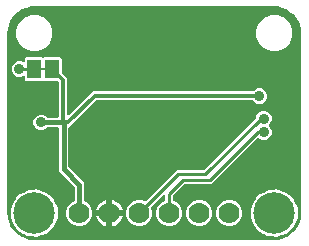
<source format=gbr>
G04 EAGLE Gerber RS-274X export*
G75*
%MOMM*%
%FSLAX34Y34*%
%LPD*%
%INBottom Copper*%
%IPPOS*%
%AMOC8*
5,1,8,0,0,1.08239X$1,22.5*%
G01*
%ADD10C,1.778000*%
%ADD11C,3.516000*%
%ADD12R,1.168400X1.600200*%
%ADD13R,0.635000X0.203200*%
%ADD14C,0.889000*%
%ADD15C,0.254000*%
%ADD16C,0.406400*%
%ADD17C,0.304800*%

G36*
X228622Y2543D02*
X228622Y2543D01*
X228700Y2545D01*
X232077Y2810D01*
X232145Y2824D01*
X232214Y2829D01*
X232370Y2869D01*
X238794Y4956D01*
X238901Y5006D01*
X239012Y5050D01*
X239063Y5083D01*
X239082Y5091D01*
X239097Y5104D01*
X239148Y5136D01*
X244612Y9107D01*
X244699Y9188D01*
X244746Y9227D01*
X244752Y9231D01*
X244753Y9233D01*
X244791Y9264D01*
X244829Y9310D01*
X244844Y9324D01*
X244855Y9341D01*
X244893Y9387D01*
X246586Y11717D01*
X246599Y11741D01*
X246616Y11761D01*
X246675Y11879D01*
X246739Y11996D01*
X246746Y12022D01*
X246758Y12046D01*
X246785Y12174D01*
X246799Y12185D01*
X246823Y12196D01*
X246925Y12281D01*
X247031Y12361D01*
X247048Y12382D01*
X247068Y12398D01*
X247171Y12522D01*
X248864Y14852D01*
X248921Y14956D01*
X248985Y15056D01*
X249007Y15113D01*
X249017Y15131D01*
X249022Y15151D01*
X249044Y15206D01*
X251131Y21630D01*
X251144Y21698D01*
X251167Y21764D01*
X251190Y21923D01*
X251455Y25300D01*
X251455Y25304D01*
X251456Y25307D01*
X251455Y25326D01*
X251459Y25400D01*
X251459Y177800D01*
X251457Y177822D01*
X251455Y177900D01*
X251190Y181277D01*
X251176Y181345D01*
X251171Y181414D01*
X251131Y181570D01*
X249044Y187994D01*
X248994Y188101D01*
X248950Y188212D01*
X248917Y188263D01*
X248909Y188282D01*
X248896Y188297D01*
X248864Y188348D01*
X244893Y193812D01*
X244812Y193899D01*
X244736Y193991D01*
X244690Y194029D01*
X244676Y194044D01*
X244658Y194055D01*
X244612Y194093D01*
X243057Y195223D01*
X243057Y195224D01*
X239148Y198064D01*
X239044Y198121D01*
X238944Y198185D01*
X238887Y198207D01*
X238869Y198217D01*
X238849Y198222D01*
X238794Y198244D01*
X232370Y200331D01*
X232302Y200344D01*
X232236Y200367D01*
X232077Y200390D01*
X228700Y200655D01*
X228678Y200654D01*
X228600Y200659D01*
X25400Y200659D01*
X25378Y200657D01*
X25300Y200655D01*
X21923Y200390D01*
X21855Y200376D01*
X21786Y200371D01*
X21630Y200331D01*
X15206Y198244D01*
X15099Y198194D01*
X14988Y198150D01*
X14937Y198117D01*
X14918Y198109D01*
X14903Y198096D01*
X14852Y198064D01*
X9388Y194093D01*
X9301Y194012D01*
X9209Y193936D01*
X9171Y193890D01*
X9156Y193876D01*
X9145Y193858D01*
X9107Y193812D01*
X5136Y188348D01*
X5079Y188244D01*
X5015Y188144D01*
X4993Y188087D01*
X4983Y188069D01*
X4978Y188049D01*
X4956Y187994D01*
X2869Y181570D01*
X2856Y181502D01*
X2833Y181436D01*
X2810Y181277D01*
X2545Y177900D01*
X2546Y177878D01*
X2541Y177800D01*
X2541Y25400D01*
X2543Y25378D01*
X2545Y25300D01*
X2810Y21923D01*
X2824Y21855D01*
X2829Y21786D01*
X2869Y21630D01*
X4956Y15206D01*
X5006Y15099D01*
X5050Y14988D01*
X5083Y14937D01*
X5091Y14918D01*
X5104Y14903D01*
X5136Y14852D01*
X9107Y9388D01*
X9127Y9366D01*
X9138Y9348D01*
X9184Y9305D01*
X9188Y9301D01*
X9264Y9209D01*
X9310Y9171D01*
X9324Y9156D01*
X9342Y9145D01*
X9388Y9107D01*
X14852Y5136D01*
X14956Y5079D01*
X15056Y5015D01*
X15113Y4993D01*
X15131Y4983D01*
X15151Y4978D01*
X15206Y4956D01*
X17945Y4066D01*
X17971Y4061D01*
X17996Y4051D01*
X18127Y4031D01*
X18257Y4006D01*
X18284Y4008D01*
X18310Y4004D01*
X18441Y4018D01*
X18455Y4008D01*
X18474Y3989D01*
X18585Y3917D01*
X18694Y3842D01*
X18719Y3832D01*
X18742Y3818D01*
X18891Y3759D01*
X21630Y2869D01*
X21698Y2856D01*
X21764Y2833D01*
X21923Y2810D01*
X25300Y2545D01*
X25322Y2546D01*
X25400Y2541D01*
X228600Y2541D01*
X228622Y2543D01*
G37*
%LPC*%
G36*
X61327Y14477D02*
X61327Y14477D01*
X57313Y16140D01*
X54240Y19213D01*
X52577Y23227D01*
X52577Y27573D01*
X54240Y31587D01*
X57313Y34660D01*
X58652Y35214D01*
X58677Y35229D01*
X58705Y35238D01*
X58815Y35308D01*
X58928Y35372D01*
X58949Y35393D01*
X58974Y35408D01*
X59063Y35503D01*
X59156Y35593D01*
X59172Y35618D01*
X59192Y35640D01*
X59255Y35754D01*
X59323Y35864D01*
X59331Y35893D01*
X59346Y35918D01*
X59378Y36044D01*
X59416Y36168D01*
X59418Y36198D01*
X59425Y36226D01*
X59435Y36387D01*
X59435Y47321D01*
X59423Y47419D01*
X59420Y47518D01*
X59403Y47576D01*
X59395Y47636D01*
X59359Y47728D01*
X59331Y47823D01*
X59301Y47875D01*
X59278Y47932D01*
X59220Y48012D01*
X59170Y48097D01*
X59104Y48173D01*
X59092Y48189D01*
X59082Y48197D01*
X59064Y48218D01*
X46100Y61181D01*
X46100Y96901D01*
X46085Y97019D01*
X46078Y97138D01*
X46065Y97176D01*
X46060Y97217D01*
X46017Y97327D01*
X45980Y97440D01*
X45958Y97475D01*
X45943Y97512D01*
X45874Y97608D01*
X45810Y97709D01*
X45780Y97737D01*
X45757Y97770D01*
X45665Y97846D01*
X45578Y97927D01*
X45543Y97947D01*
X45512Y97972D01*
X45404Y98023D01*
X45300Y98081D01*
X45260Y98091D01*
X45224Y98108D01*
X45107Y98130D01*
X44992Y98160D01*
X44932Y98164D01*
X44912Y98168D01*
X44891Y98166D01*
X44831Y98170D01*
X36737Y98170D01*
X36639Y98158D01*
X36540Y98155D01*
X36481Y98138D01*
X36421Y98130D01*
X36329Y98094D01*
X36234Y98066D01*
X36182Y98036D01*
X36126Y98013D01*
X36046Y97955D01*
X35960Y97905D01*
X35885Y97839D01*
X35868Y97827D01*
X35861Y97817D01*
X35839Y97799D01*
X34784Y96743D01*
X32404Y95757D01*
X29826Y95757D01*
X27446Y96743D01*
X25623Y98566D01*
X24637Y100946D01*
X24637Y103524D01*
X25623Y105904D01*
X27446Y107727D01*
X29826Y108713D01*
X32404Y108713D01*
X34784Y107727D01*
X35839Y106671D01*
X35918Y106611D01*
X35990Y106543D01*
X36043Y106514D01*
X36091Y106477D01*
X36182Y106437D01*
X36268Y106389D01*
X36327Y106374D01*
X36383Y106350D01*
X36481Y106335D01*
X36576Y106310D01*
X36676Y106304D01*
X36697Y106300D01*
X36709Y106302D01*
X36737Y106300D01*
X44704Y106300D01*
X44822Y106315D01*
X44941Y106322D01*
X44979Y106335D01*
X45020Y106340D01*
X45130Y106383D01*
X45243Y106420D01*
X45278Y106442D01*
X45315Y106457D01*
X45411Y106526D01*
X45512Y106590D01*
X45540Y106620D01*
X45573Y106643D01*
X45649Y106735D01*
X45730Y106822D01*
X45750Y106857D01*
X45775Y106888D01*
X45826Y106996D01*
X45884Y107100D01*
X45894Y107140D01*
X45911Y107176D01*
X45933Y107293D01*
X45963Y107408D01*
X45967Y107468D01*
X45971Y107488D01*
X45969Y107509D01*
X45973Y107569D01*
X45973Y136017D01*
X45958Y136135D01*
X45951Y136254D01*
X45938Y136292D01*
X45933Y136333D01*
X45890Y136443D01*
X45853Y136556D01*
X45831Y136591D01*
X45816Y136628D01*
X45747Y136724D01*
X45683Y136825D01*
X45653Y136853D01*
X45630Y136886D01*
X45538Y136962D01*
X45451Y137043D01*
X45416Y137063D01*
X45385Y137088D01*
X45277Y137139D01*
X45173Y137197D01*
X45133Y137207D01*
X45097Y137224D01*
X44980Y137246D01*
X44865Y137276D01*
X44805Y137280D01*
X44785Y137284D01*
X44764Y137282D01*
X44704Y137286D01*
X33956Y137286D01*
X33917Y137325D01*
X33823Y137398D01*
X33734Y137477D01*
X33698Y137495D01*
X33666Y137520D01*
X33557Y137567D01*
X33451Y137621D01*
X33411Y137630D01*
X33374Y137646D01*
X33257Y137665D01*
X33141Y137691D01*
X33100Y137690D01*
X33060Y137696D01*
X32941Y137685D01*
X32823Y137681D01*
X32784Y137670D01*
X32744Y137666D01*
X32632Y137626D01*
X32517Y137593D01*
X32482Y137572D01*
X32444Y137559D01*
X32346Y137492D01*
X32243Y137431D01*
X32198Y137391D01*
X32181Y137380D01*
X32168Y137365D01*
X32122Y137325D01*
X32084Y137286D01*
X18716Y137286D01*
X17525Y138477D01*
X17525Y140408D01*
X17519Y140457D01*
X17521Y140507D01*
X17499Y140614D01*
X17485Y140723D01*
X17467Y140770D01*
X17457Y140818D01*
X17409Y140917D01*
X17368Y141019D01*
X17339Y141059D01*
X17317Y141104D01*
X17246Y141187D01*
X17182Y141276D01*
X17143Y141308D01*
X17111Y141346D01*
X17021Y141409D01*
X16937Y141479D01*
X16892Y141500D01*
X16851Y141529D01*
X16748Y141568D01*
X16649Y141615D01*
X16600Y141624D01*
X16554Y141642D01*
X16444Y141654D01*
X16337Y141674D01*
X16287Y141671D01*
X16238Y141677D01*
X16129Y141661D01*
X16019Y141655D01*
X15972Y141639D01*
X15923Y141632D01*
X15770Y141580D01*
X13988Y140842D01*
X11411Y140842D01*
X9031Y141828D01*
X7208Y143651D01*
X6222Y146031D01*
X6222Y148609D01*
X7208Y150989D01*
X9031Y152812D01*
X11411Y153798D01*
X13988Y153798D01*
X15770Y153060D01*
X15818Y153047D01*
X15863Y153025D01*
X15971Y153005D01*
X16077Y152976D01*
X16127Y152975D01*
X16176Y152966D01*
X16285Y152972D01*
X16395Y152971D01*
X16443Y152982D01*
X16493Y152985D01*
X16597Y153019D01*
X16704Y153045D01*
X16748Y153068D01*
X16795Y153083D01*
X16888Y153142D01*
X16985Y153194D01*
X17022Y153227D01*
X17064Y153254D01*
X17139Y153334D01*
X17221Y153407D01*
X17248Y153449D01*
X17282Y153485D01*
X17335Y153581D01*
X17395Y153673D01*
X17412Y153720D01*
X17436Y153764D01*
X17463Y153870D01*
X17499Y153974D01*
X17503Y154024D01*
X17515Y154072D01*
X17525Y154232D01*
X17525Y156163D01*
X18716Y157354D01*
X32084Y157354D01*
X32122Y157315D01*
X32217Y157242D01*
X32306Y157163D01*
X32342Y157145D01*
X32374Y157120D01*
X32483Y157073D01*
X32589Y157019D01*
X32629Y157010D01*
X32666Y156994D01*
X32783Y156975D01*
X32899Y156949D01*
X32940Y156950D01*
X32980Y156944D01*
X33098Y156955D01*
X33217Y156959D01*
X33256Y156970D01*
X33296Y156974D01*
X33409Y157014D01*
X33523Y157047D01*
X33557Y157068D01*
X33596Y157081D01*
X33694Y157148D01*
X33797Y157209D01*
X33842Y157249D01*
X33859Y157260D01*
X33872Y157275D01*
X33917Y157315D01*
X33956Y157354D01*
X47324Y157354D01*
X48515Y156163D01*
X48515Y145001D01*
X48527Y144903D01*
X48530Y144804D01*
X48547Y144745D01*
X48555Y144685D01*
X48591Y144593D01*
X48619Y144498D01*
X48649Y144446D01*
X48672Y144390D01*
X48730Y144310D01*
X48780Y144224D01*
X48846Y144149D01*
X48858Y144132D01*
X48868Y144125D01*
X48886Y144103D01*
X50631Y142358D01*
X53087Y139903D01*
X53087Y109441D01*
X53104Y109303D01*
X53117Y109165D01*
X53124Y109145D01*
X53127Y109125D01*
X53178Y108996D01*
X53225Y108865D01*
X53236Y108848D01*
X53244Y108830D01*
X53325Y108718D01*
X53403Y108602D01*
X53419Y108589D01*
X53430Y108572D01*
X53538Y108484D01*
X53642Y108392D01*
X53660Y108382D01*
X53675Y108370D01*
X53801Y108310D01*
X53925Y108247D01*
X53945Y108243D01*
X53963Y108234D01*
X54099Y108208D01*
X54235Y108177D01*
X54256Y108178D01*
X54275Y108174D01*
X54414Y108183D01*
X54553Y108187D01*
X54573Y108193D01*
X54593Y108194D01*
X54725Y108237D01*
X54859Y108275D01*
X54876Y108286D01*
X54895Y108292D01*
X55013Y108366D01*
X55133Y108437D01*
X55154Y108456D01*
X55164Y108462D01*
X55178Y108477D01*
X55253Y108543D01*
X75108Y128398D01*
X210151Y128398D01*
X210249Y128410D01*
X210348Y128413D01*
X210407Y128430D01*
X210467Y128438D01*
X210559Y128474D01*
X210654Y128502D01*
X210706Y128532D01*
X210762Y128555D01*
X210842Y128613D01*
X210928Y128663D01*
X211003Y128729D01*
X211020Y128741D01*
X211027Y128751D01*
X211049Y128769D01*
X212231Y129952D01*
X214611Y130938D01*
X217189Y130938D01*
X219569Y129952D01*
X221392Y128129D01*
X222378Y125749D01*
X222378Y123171D01*
X221392Y120791D01*
X219569Y118968D01*
X217189Y117982D01*
X214611Y117982D01*
X212231Y118968D01*
X210287Y120913D01*
X210208Y120973D01*
X210136Y121041D01*
X210083Y121070D01*
X210035Y121107D01*
X209944Y121147D01*
X209858Y121195D01*
X209799Y121210D01*
X209743Y121234D01*
X209645Y121249D01*
X209550Y121274D01*
X209450Y121280D01*
X209429Y121284D01*
X209417Y121282D01*
X209389Y121284D01*
X78580Y121284D01*
X78482Y121272D01*
X78383Y121269D01*
X78325Y121252D01*
X78264Y121244D01*
X78172Y121208D01*
X78077Y121180D01*
X78025Y121150D01*
X77969Y121127D01*
X77889Y121069D01*
X77803Y121019D01*
X77728Y120953D01*
X77711Y120941D01*
X77704Y120931D01*
X77682Y120913D01*
X55441Y98671D01*
X55381Y98663D01*
X55262Y98656D01*
X55224Y98643D01*
X55183Y98638D01*
X55073Y98595D01*
X54960Y98558D01*
X54925Y98536D01*
X54888Y98521D01*
X54792Y98452D01*
X54691Y98388D01*
X54663Y98358D01*
X54630Y98335D01*
X54554Y98243D01*
X54473Y98156D01*
X54453Y98121D01*
X54428Y98090D01*
X54377Y97982D01*
X54319Y97878D01*
X54309Y97838D01*
X54292Y97802D01*
X54270Y97685D01*
X54240Y97570D01*
X54236Y97510D01*
X54232Y97490D01*
X54234Y97469D01*
X54230Y97409D01*
X54230Y65074D01*
X54242Y64976D01*
X54245Y64877D01*
X54262Y64819D01*
X54270Y64759D01*
X54306Y64667D01*
X54334Y64572D01*
X54364Y64520D01*
X54387Y64463D01*
X54445Y64383D01*
X54495Y64298D01*
X54561Y64222D01*
X54573Y64206D01*
X54583Y64198D01*
X54601Y64177D01*
X67565Y51214D01*
X67565Y36387D01*
X67568Y36358D01*
X67566Y36328D01*
X67588Y36200D01*
X67605Y36072D01*
X67615Y36044D01*
X67620Y36015D01*
X67674Y35896D01*
X67722Y35776D01*
X67739Y35752D01*
X67751Y35725D01*
X67832Y35624D01*
X67908Y35519D01*
X67931Y35500D01*
X67950Y35477D01*
X68053Y35399D01*
X68153Y35316D01*
X68180Y35303D01*
X68204Y35285D01*
X68348Y35214D01*
X69687Y34660D01*
X72760Y31587D01*
X74423Y27573D01*
X74423Y23227D01*
X72760Y19213D01*
X69687Y16140D01*
X65673Y14477D01*
X61327Y14477D01*
G37*
%LPD*%
%LPC*%
G36*
X112127Y14477D02*
X112127Y14477D01*
X108113Y16140D01*
X105040Y19213D01*
X103377Y23227D01*
X103377Y27573D01*
X105040Y31587D01*
X108113Y34660D01*
X112127Y36323D01*
X116473Y36323D01*
X118574Y35452D01*
X118602Y35445D01*
X118628Y35431D01*
X118755Y35403D01*
X118880Y35369D01*
X118910Y35368D01*
X118939Y35362D01*
X119068Y35366D01*
X119198Y35363D01*
X119227Y35370D01*
X119257Y35371D01*
X119381Y35407D01*
X119508Y35438D01*
X119534Y35451D01*
X119562Y35460D01*
X119674Y35526D01*
X119789Y35586D01*
X119811Y35606D01*
X119836Y35621D01*
X119957Y35728D01*
X145952Y61723D01*
X168286Y61723D01*
X168384Y61735D01*
X168483Y61738D01*
X168542Y61755D01*
X168602Y61763D01*
X168694Y61799D01*
X168789Y61827D01*
X168841Y61857D01*
X168897Y61880D01*
X168977Y61938D01*
X169063Y61988D01*
X169138Y62054D01*
X169155Y62066D01*
X169163Y62076D01*
X169184Y62094D01*
X212861Y105771D01*
X212921Y105850D01*
X212989Y105922D01*
X213018Y105975D01*
X213055Y106023D01*
X213095Y106114D01*
X213143Y106200D01*
X213158Y106259D01*
X213182Y106314D01*
X213197Y106412D01*
X213222Y106508D01*
X213228Y106608D01*
X213232Y106629D01*
X213230Y106641D01*
X213232Y106669D01*
X213232Y106699D01*
X214218Y109079D01*
X216041Y110902D01*
X218421Y111888D01*
X220999Y111888D01*
X223379Y110902D01*
X225202Y109079D01*
X226188Y106699D01*
X226188Y104121D01*
X225202Y101741D01*
X224053Y100592D01*
X223980Y100498D01*
X223902Y100409D01*
X223883Y100373D01*
X223858Y100341D01*
X223811Y100232D01*
X223757Y100126D01*
X223748Y100087D01*
X223732Y100049D01*
X223713Y99932D01*
X223687Y99816D01*
X223689Y99775D01*
X223682Y99735D01*
X223693Y99617D01*
X223697Y99498D01*
X223708Y99459D01*
X223712Y99419D01*
X223752Y99307D01*
X223785Y99192D01*
X223806Y99157D01*
X223820Y99119D01*
X223887Y99021D01*
X223947Y98918D01*
X223987Y98873D01*
X223998Y98856D01*
X224014Y98843D01*
X224053Y98797D01*
X225202Y97649D01*
X226188Y95269D01*
X226188Y92691D01*
X225202Y90311D01*
X223379Y88488D01*
X220999Y87502D01*
X218421Y87502D01*
X216041Y88488D01*
X215822Y88707D01*
X215728Y88780D01*
X215639Y88858D01*
X215603Y88877D01*
X215571Y88902D01*
X215462Y88949D01*
X215356Y89003D01*
X215316Y89012D01*
X215279Y89028D01*
X215162Y89047D01*
X215046Y89073D01*
X215005Y89071D01*
X214965Y89078D01*
X214847Y89067D01*
X214728Y89063D01*
X214689Y89052D01*
X214649Y89048D01*
X214536Y89008D01*
X214422Y88975D01*
X214388Y88954D01*
X214349Y88940D01*
X214251Y88873D01*
X214148Y88813D01*
X214103Y88773D01*
X214086Y88762D01*
X214073Y88747D01*
X214027Y88707D01*
X175358Y50037D01*
X153024Y50037D01*
X152926Y50025D01*
X152827Y50022D01*
X152768Y50005D01*
X152708Y49997D01*
X152616Y49961D01*
X152521Y49933D01*
X152469Y49903D01*
X152413Y49880D01*
X152333Y49822D01*
X152247Y49772D01*
X152172Y49706D01*
X152155Y49694D01*
X152147Y49684D01*
X152126Y49666D01*
X143374Y40914D01*
X143314Y40835D01*
X143246Y40763D01*
X143217Y40710D01*
X143180Y40662D01*
X143140Y40571D01*
X143092Y40485D01*
X143077Y40426D01*
X143053Y40371D01*
X143038Y40273D01*
X143013Y40177D01*
X143007Y40077D01*
X143003Y40056D01*
X143005Y40044D01*
X143003Y40016D01*
X143003Y36703D01*
X143006Y36673D01*
X143004Y36644D01*
X143026Y36516D01*
X143043Y36387D01*
X143053Y36360D01*
X143058Y36331D01*
X143112Y36212D01*
X143160Y36091D01*
X143177Y36068D01*
X143189Y36041D01*
X143270Y35939D01*
X143346Y35834D01*
X143369Y35815D01*
X143388Y35792D01*
X143491Y35714D01*
X143591Y35631D01*
X143618Y35619D01*
X143642Y35601D01*
X143786Y35530D01*
X145887Y34660D01*
X148960Y31587D01*
X150623Y27573D01*
X150623Y23227D01*
X148960Y19213D01*
X145887Y16140D01*
X141873Y14477D01*
X137527Y14477D01*
X133513Y16140D01*
X130440Y19213D01*
X128777Y23227D01*
X128777Y27573D01*
X130440Y31587D01*
X133513Y34660D01*
X135614Y35530D01*
X135639Y35545D01*
X135667Y35554D01*
X135777Y35623D01*
X135890Y35688D01*
X135911Y35708D01*
X135936Y35724D01*
X136025Y35819D01*
X136118Y35909D01*
X136134Y35934D01*
X136154Y35956D01*
X136217Y36069D01*
X136285Y36180D01*
X136293Y36208D01*
X136308Y36234D01*
X136340Y36360D01*
X136378Y36484D01*
X136380Y36513D01*
X136387Y36542D01*
X136397Y36703D01*
X136397Y39762D01*
X136380Y39900D01*
X136367Y40039D01*
X136360Y40058D01*
X136357Y40078D01*
X136306Y40207D01*
X136259Y40338D01*
X136248Y40355D01*
X136240Y40373D01*
X136159Y40486D01*
X136081Y40601D01*
X136065Y40614D01*
X136054Y40631D01*
X135946Y40719D01*
X135842Y40812D01*
X135824Y40821D01*
X135809Y40834D01*
X135683Y40893D01*
X135559Y40956D01*
X135539Y40961D01*
X135521Y40969D01*
X135385Y40995D01*
X135249Y41026D01*
X135228Y41025D01*
X135209Y41029D01*
X135070Y41020D01*
X134931Y41016D01*
X134911Y41010D01*
X134891Y41009D01*
X134759Y40966D01*
X134625Y40928D01*
X134608Y40917D01*
X134589Y40911D01*
X134471Y40837D01*
X134351Y40766D01*
X134330Y40748D01*
X134320Y40741D01*
X134306Y40726D01*
X134231Y40660D01*
X124628Y31057D01*
X124609Y31033D01*
X124587Y31014D01*
X124512Y30908D01*
X124433Y30806D01*
X124421Y30778D01*
X124404Y30754D01*
X124358Y30633D01*
X124306Y30514D01*
X124302Y30485D01*
X124291Y30457D01*
X124277Y30328D01*
X124256Y30200D01*
X124259Y30170D01*
X124256Y30141D01*
X124274Y30012D01*
X124286Y29883D01*
X124296Y29855D01*
X124300Y29826D01*
X124352Y29674D01*
X125223Y27573D01*
X125223Y23227D01*
X123560Y19213D01*
X120487Y16140D01*
X116473Y14477D01*
X112127Y14477D01*
G37*
%LPD*%
%LPC*%
G36*
X226876Y5780D02*
X226876Y5780D01*
X226858Y5780D01*
X226743Y5787D01*
X224699Y5787D01*
X224151Y6014D01*
X224052Y6041D01*
X223957Y6077D01*
X223865Y6092D01*
X223844Y6098D01*
X223831Y6098D01*
X223798Y6104D01*
X222379Y6253D01*
X219415Y7964D01*
X219413Y7965D01*
X219410Y7967D01*
X219266Y8038D01*
X217490Y8773D01*
X216893Y9370D01*
X216826Y9422D01*
X216765Y9483D01*
X216651Y9558D01*
X216642Y9565D01*
X216638Y9567D01*
X216631Y9572D01*
X215129Y10439D01*
X213339Y12903D01*
X213326Y12917D01*
X213316Y12933D01*
X213209Y13054D01*
X211973Y14290D01*
X211557Y15296D01*
X211522Y15356D01*
X211497Y15420D01*
X211411Y15556D01*
X210208Y17211D01*
X209647Y19849D01*
X209636Y19883D01*
X209631Y19919D01*
X209579Y20071D01*
X208987Y21499D01*
X208987Y22822D01*
X208981Y22874D01*
X208983Y22926D01*
X208960Y23086D01*
X208468Y25400D01*
X208960Y27714D01*
X208964Y27767D01*
X208977Y27817D01*
X208987Y27978D01*
X208987Y29301D01*
X209579Y30729D01*
X209588Y30763D01*
X209604Y30795D01*
X209647Y30951D01*
X210208Y33589D01*
X211411Y35244D01*
X211444Y35305D01*
X211486Y35360D01*
X211557Y35504D01*
X211973Y36510D01*
X213209Y37746D01*
X213221Y37761D01*
X213236Y37773D01*
X213339Y37897D01*
X215129Y40361D01*
X216631Y41228D01*
X216699Y41280D01*
X216773Y41324D01*
X216875Y41414D01*
X216884Y41421D01*
X216887Y41424D01*
X216893Y41430D01*
X217490Y42027D01*
X219266Y42762D01*
X219268Y42764D01*
X219271Y42764D01*
X219415Y42836D01*
X222379Y44547D01*
X223798Y44696D01*
X223898Y44720D01*
X223999Y44734D01*
X224087Y44764D01*
X224108Y44769D01*
X224120Y44775D01*
X224151Y44786D01*
X224699Y45013D01*
X226743Y45013D01*
X226760Y45015D01*
X226876Y45020D01*
X230704Y45422D01*
X231773Y45075D01*
X231890Y45053D01*
X232005Y45023D01*
X232065Y45019D01*
X232085Y45015D01*
X232106Y45017D01*
X232165Y45013D01*
X232501Y45013D01*
X234409Y44223D01*
X234430Y44217D01*
X234503Y44188D01*
X238666Y42835D01*
X239278Y42285D01*
X239389Y42207D01*
X239497Y42126D01*
X239527Y42111D01*
X239539Y42103D01*
X239559Y42096D01*
X239641Y42055D01*
X239710Y42027D01*
X241005Y40732D01*
X241019Y40721D01*
X241053Y40686D01*
X244887Y37234D01*
X245100Y36756D01*
X245179Y36626D01*
X245450Y35971D01*
X245455Y35963D01*
X245463Y35941D01*
X248292Y29586D01*
X248292Y21214D01*
X245463Y14859D01*
X245460Y14849D01*
X245450Y14829D01*
X245194Y14211D01*
X245175Y14187D01*
X245170Y14178D01*
X245168Y14175D01*
X245163Y14165D01*
X245100Y14044D01*
X244985Y13785D01*
X244977Y13759D01*
X244964Y13736D01*
X244931Y13607D01*
X244914Y13552D01*
X244880Y13536D01*
X244860Y13519D01*
X244836Y13507D01*
X244710Y13407D01*
X241053Y10114D01*
X241041Y10100D01*
X241005Y10068D01*
X239710Y8773D01*
X239641Y8745D01*
X239524Y8678D01*
X239404Y8615D01*
X239377Y8594D01*
X239365Y8587D01*
X239350Y8572D01*
X239278Y8515D01*
X238666Y7965D01*
X234502Y6612D01*
X234483Y6603D01*
X234409Y6577D01*
X232501Y5787D01*
X232165Y5787D01*
X232047Y5772D01*
X231929Y5765D01*
X231870Y5750D01*
X231850Y5747D01*
X231831Y5740D01*
X231773Y5725D01*
X230704Y5378D01*
X226876Y5780D01*
G37*
%LPD*%
%LPC*%
G36*
X23676Y5780D02*
X23676Y5780D01*
X23658Y5780D01*
X23543Y5787D01*
X21499Y5787D01*
X20951Y6014D01*
X20852Y6041D01*
X20757Y6077D01*
X20665Y6092D01*
X20644Y6098D01*
X20631Y6098D01*
X20598Y6104D01*
X19416Y6228D01*
X19390Y6227D01*
X19364Y6232D01*
X19231Y6224D01*
X19173Y6223D01*
X19147Y6250D01*
X19125Y6265D01*
X19106Y6283D01*
X18972Y6372D01*
X16215Y7964D01*
X16213Y7965D01*
X16210Y7967D01*
X16066Y8038D01*
X14290Y8773D01*
X13693Y9370D01*
X13626Y9422D01*
X13565Y9483D01*
X13451Y9558D01*
X13442Y9565D01*
X13438Y9567D01*
X13431Y9572D01*
X11929Y10439D01*
X10139Y12903D01*
X10126Y12917D01*
X10116Y12933D01*
X10009Y13054D01*
X8773Y14290D01*
X8357Y15296D01*
X8322Y15356D01*
X8297Y15420D01*
X8211Y15556D01*
X7008Y17211D01*
X6447Y19849D01*
X6436Y19883D01*
X6431Y19919D01*
X6379Y20071D01*
X5787Y21499D01*
X5787Y22822D01*
X5781Y22874D01*
X5783Y22926D01*
X5760Y23086D01*
X5268Y25400D01*
X5760Y27714D01*
X5764Y27767D01*
X5777Y27817D01*
X5787Y27978D01*
X5787Y29301D01*
X6379Y30729D01*
X6388Y30763D01*
X6404Y30795D01*
X6447Y30951D01*
X7008Y33589D01*
X8211Y35244D01*
X8244Y35305D01*
X8286Y35360D01*
X8357Y35504D01*
X8773Y36510D01*
X10009Y37746D01*
X10021Y37761D01*
X10036Y37773D01*
X10139Y37897D01*
X11929Y40361D01*
X13431Y41228D01*
X13499Y41280D01*
X13573Y41324D01*
X13675Y41414D01*
X13684Y41421D01*
X13687Y41424D01*
X13693Y41430D01*
X14290Y42027D01*
X16066Y42762D01*
X16068Y42764D01*
X16071Y42764D01*
X16215Y42836D01*
X19179Y44547D01*
X20598Y44696D01*
X20698Y44720D01*
X20799Y44734D01*
X20887Y44764D01*
X20908Y44769D01*
X20920Y44775D01*
X20951Y44786D01*
X21499Y45013D01*
X23543Y45013D01*
X23560Y45015D01*
X23676Y45020D01*
X27504Y45422D01*
X28573Y45075D01*
X28690Y45053D01*
X28805Y45023D01*
X28865Y45019D01*
X28885Y45015D01*
X28906Y45017D01*
X28965Y45013D01*
X29301Y45013D01*
X31209Y44223D01*
X31230Y44217D01*
X31303Y44188D01*
X35466Y42835D01*
X36078Y42285D01*
X36189Y42207D01*
X36297Y42126D01*
X36327Y42111D01*
X36339Y42103D01*
X36359Y42096D01*
X36441Y42055D01*
X36510Y42027D01*
X37805Y40732D01*
X37819Y40721D01*
X37853Y40686D01*
X41687Y37234D01*
X41900Y36756D01*
X41979Y36626D01*
X42250Y35971D01*
X42255Y35963D01*
X42263Y35941D01*
X45092Y29586D01*
X45092Y21214D01*
X42263Y14859D01*
X42260Y14849D01*
X42250Y14829D01*
X41994Y14211D01*
X41975Y14187D01*
X41970Y14179D01*
X41968Y14175D01*
X41963Y14164D01*
X41900Y14044D01*
X41687Y13566D01*
X37853Y10114D01*
X37841Y10100D01*
X37805Y10068D01*
X36510Y8773D01*
X36441Y8745D01*
X36324Y8678D01*
X36204Y8615D01*
X36177Y8594D01*
X36165Y8587D01*
X36150Y8572D01*
X36078Y8515D01*
X35466Y7965D01*
X31302Y6612D01*
X31283Y6603D01*
X31209Y6577D01*
X29301Y5787D01*
X28965Y5787D01*
X28847Y5772D01*
X28729Y5765D01*
X28670Y5750D01*
X28650Y5747D01*
X28631Y5740D01*
X28573Y5725D01*
X27504Y5378D01*
X23676Y5780D01*
G37*
%LPD*%
%LPC*%
G36*
X225568Y162559D02*
X225568Y162559D01*
X219967Y164880D01*
X215680Y169167D01*
X213359Y174768D01*
X213359Y180832D01*
X215680Y186433D01*
X219967Y190720D01*
X225568Y193041D01*
X231632Y193041D01*
X237233Y190720D01*
X241520Y186433D01*
X243841Y180832D01*
X243841Y174768D01*
X241520Y169167D01*
X237233Y164880D01*
X231632Y162559D01*
X225568Y162559D01*
G37*
%LPD*%
%LPC*%
G36*
X22368Y162559D02*
X22368Y162559D01*
X16767Y164880D01*
X12480Y169167D01*
X10159Y174768D01*
X10159Y180832D01*
X12480Y186433D01*
X16767Y190720D01*
X22368Y193041D01*
X28432Y193041D01*
X34033Y190720D01*
X38320Y186433D01*
X40641Y180832D01*
X40641Y174768D01*
X38320Y169167D01*
X34033Y164880D01*
X28432Y162559D01*
X22368Y162559D01*
G37*
%LPD*%
%LPC*%
G36*
X188327Y14477D02*
X188327Y14477D01*
X184313Y16140D01*
X181240Y19213D01*
X179577Y23227D01*
X179577Y27573D01*
X181240Y31587D01*
X184313Y34660D01*
X188327Y36323D01*
X192673Y36323D01*
X196687Y34660D01*
X199760Y31587D01*
X201423Y27573D01*
X201423Y23227D01*
X199760Y19213D01*
X196687Y16140D01*
X192673Y14477D01*
X188327Y14477D01*
G37*
%LPD*%
%LPC*%
G36*
X162927Y14477D02*
X162927Y14477D01*
X158913Y16140D01*
X155840Y19213D01*
X154177Y23227D01*
X154177Y27573D01*
X155840Y31587D01*
X158913Y34660D01*
X162927Y36323D01*
X167273Y36323D01*
X171287Y34660D01*
X174360Y31587D01*
X176023Y27573D01*
X176023Y23227D01*
X174360Y19213D01*
X171287Y16140D01*
X167273Y14477D01*
X162927Y14477D01*
G37*
%LPD*%
%LPC*%
G36*
X91399Y27899D02*
X91399Y27899D01*
X91399Y36577D01*
X91577Y36549D01*
X93288Y35993D01*
X94891Y35177D01*
X96347Y34119D01*
X97619Y32847D01*
X98677Y31391D01*
X99493Y29788D01*
X100049Y28077D01*
X100077Y27899D01*
X91399Y27899D01*
G37*
%LPD*%
%LPC*%
G36*
X77723Y27899D02*
X77723Y27899D01*
X77751Y28077D01*
X78307Y29788D01*
X79123Y31391D01*
X80181Y32847D01*
X81453Y34119D01*
X82909Y35177D01*
X84512Y35993D01*
X86223Y36549D01*
X86401Y36577D01*
X86401Y27899D01*
X77723Y27899D01*
G37*
%LPD*%
%LPC*%
G36*
X91399Y22901D02*
X91399Y22901D01*
X100077Y22901D01*
X100049Y22723D01*
X99493Y21012D01*
X98677Y19409D01*
X97619Y17953D01*
X96347Y16681D01*
X94891Y15623D01*
X93288Y14807D01*
X91577Y14251D01*
X91399Y14223D01*
X91399Y22901D01*
G37*
%LPD*%
%LPC*%
G36*
X86223Y14251D02*
X86223Y14251D01*
X84512Y14807D01*
X82909Y15623D01*
X81453Y16681D01*
X80181Y17953D01*
X79123Y19409D01*
X78307Y21012D01*
X77751Y22723D01*
X77723Y22901D01*
X86401Y22901D01*
X86401Y14223D01*
X86223Y14251D01*
G37*
%LPD*%
D10*
X63500Y25400D03*
X88900Y25400D03*
X114300Y25400D03*
X139700Y25400D03*
X165100Y25400D03*
X190500Y25400D03*
D11*
X25400Y25400D03*
X228600Y25400D03*
D12*
X25400Y147320D03*
X40640Y147320D03*
D13*
X33020Y147320D03*
D14*
X60960Y124460D03*
X36830Y113030D03*
X109220Y115570D03*
X146050Y142240D03*
X63500Y161290D03*
X144780Y114300D03*
X218440Y71120D03*
X219710Y93980D03*
D15*
X214630Y93980D01*
X173990Y53340D01*
X151130Y53340D01*
X139700Y41910D01*
X139700Y25400D01*
X147320Y58420D02*
X170180Y58420D01*
X147320Y58420D02*
X114300Y25400D01*
X217170Y105410D02*
X219710Y105410D01*
X217170Y105410D02*
X170180Y58420D01*
D14*
X219710Y105410D03*
D16*
X63500Y49530D02*
X63500Y25400D01*
X63500Y49530D02*
X50165Y62865D01*
X50165Y100965D02*
X48895Y102235D01*
X31115Y102235D01*
X50165Y100965D02*
X50165Y62865D01*
D14*
X31115Y102235D03*
X215900Y124460D03*
D17*
X215519Y124841D01*
X76581Y124841D01*
X53975Y102235D02*
X48260Y102235D01*
X31115Y102235D01*
X53975Y102235D02*
X76581Y124841D01*
X49530Y138430D02*
X40640Y147320D01*
X49530Y103505D02*
X48260Y102235D01*
X49530Y103505D02*
X49530Y138430D01*
D14*
X12700Y147320D03*
D15*
X25400Y147320D01*
M02*

</source>
